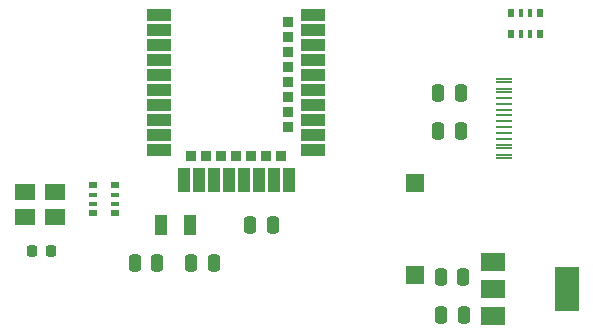
<source format=gbr>
%TF.GenerationSoftware,KiCad,Pcbnew,(5.99.0-9526-g5c17ff0595)*%
%TF.CreationDate,2021-04-11T22:42:18-05:00*%
%TF.ProjectId,E73_Devboard,4537335f-4465-4766-926f-6172642e6b69,rev?*%
%TF.SameCoordinates,Original*%
%TF.FileFunction,Paste,Top*%
%TF.FilePolarity,Positive*%
%FSLAX46Y46*%
G04 Gerber Fmt 4.6, Leading zero omitted, Abs format (unit mm)*
G04 Created by KiCad (PCBNEW (5.99.0-9526-g5c17ff0595)) date 2021-04-11 22:42:18*
%MOMM*%
%LPD*%
G01*
G04 APERTURE LIST*
G04 Aperture macros list*
%AMRoundRect*
0 Rectangle with rounded corners*
0 $1 Rounding radius*
0 $2 $3 $4 $5 $6 $7 $8 $9 X,Y pos of 4 corners*
0 Add a 4 corners polygon primitive as box body*
4,1,4,$2,$3,$4,$5,$6,$7,$8,$9,$2,$3,0*
0 Add four circle primitives for the rounded corners*
1,1,$1+$1,$2,$3*
1,1,$1+$1,$4,$5*
1,1,$1+$1,$6,$7*
1,1,$1+$1,$8,$9*
0 Add four rect primitives between the rounded corners*
20,1,$1+$1,$2,$3,$4,$5,0*
20,1,$1+$1,$4,$5,$6,$7,0*
20,1,$1+$1,$6,$7,$8,$9,0*
20,1,$1+$1,$8,$9,$2,$3,0*%
G04 Aperture macros list end*
%ADD10R,1.500000X1.500000*%
%ADD11R,1.000000X1.800000*%
%ADD12R,0.900000X0.900000*%
%ADD13R,2.000000X1.000000*%
%ADD14R,1.000000X2.000000*%
%ADD15R,2.000000X1.500000*%
%ADD16R,2.000000X3.800000*%
%ADD17R,0.800000X0.500000*%
%ADD18R,0.800000X0.400000*%
%ADD19R,0.500000X0.800000*%
%ADD20R,0.400000X0.800000*%
%ADD21R,1.400000X0.250000*%
%ADD22RoundRect,0.218750X-0.218750X-0.256250X0.218750X-0.256250X0.218750X0.256250X-0.218750X0.256250X0*%
%ADD23R,1.800000X1.400000*%
%ADD24RoundRect,0.250000X-0.250000X-0.475000X0.250000X-0.475000X0.250000X0.475000X-0.250000X0.475000X0*%
%ADD25RoundRect,0.250000X0.250000X0.475000X-0.250000X0.475000X-0.250000X-0.475000X0.250000X-0.475000X0*%
G04 APERTURE END LIST*
D10*
%TO.C,SW1*%
X160600000Y-88800000D03*
X160600000Y-81000000D03*
%TD*%
D11*
%TO.C,Y1*%
X139100000Y-84600000D03*
X141600000Y-84600000D03*
%TD*%
D12*
%TO.C,U2*%
X149900000Y-67405000D03*
X149900000Y-68675000D03*
X149900000Y-69945000D03*
X149900000Y-71215000D03*
X149900000Y-72485000D03*
X149900000Y-73755000D03*
X149900000Y-75025000D03*
X149900000Y-76295000D03*
X149310000Y-78700000D03*
X148040000Y-78700000D03*
X146770000Y-78700000D03*
X145500000Y-78700000D03*
X144230000Y-78700000D03*
X142960000Y-78700000D03*
X141690000Y-78700000D03*
D13*
X152000000Y-66770000D03*
X152000000Y-68040000D03*
X152000000Y-69310000D03*
X152000000Y-70580000D03*
X152000000Y-71850000D03*
X152000000Y-73120000D03*
X152000000Y-74390000D03*
X152000000Y-75660000D03*
X152000000Y-76930000D03*
X152000000Y-78200000D03*
X139000000Y-66770000D03*
X139000000Y-68040000D03*
X139000000Y-69310000D03*
X139000000Y-70580000D03*
X139000000Y-71850000D03*
X139000000Y-73120000D03*
X139000000Y-74390000D03*
X139000000Y-75660000D03*
X139000000Y-76930000D03*
X139000000Y-78200000D03*
D14*
X149950000Y-80800000D03*
X148680000Y-80800000D03*
X147410000Y-80800000D03*
X146140000Y-80800000D03*
X144870000Y-80800000D03*
X143600000Y-80800000D03*
X142330000Y-80800000D03*
X141060000Y-80800000D03*
%TD*%
D15*
%TO.C,U1*%
X167250000Y-87700000D03*
X167250000Y-92300000D03*
X167250000Y-90000000D03*
D16*
X173550000Y-90000000D03*
%TD*%
D17*
%TO.C,RN2*%
X133400000Y-81200000D03*
D18*
X133400000Y-82000000D03*
D17*
X133400000Y-83600000D03*
D18*
X133400000Y-82800000D03*
D17*
X135200000Y-81200000D03*
D18*
X135200000Y-82800000D03*
X135200000Y-82000000D03*
D17*
X135200000Y-83600000D03*
%TD*%
D19*
%TO.C,RN1*%
X168800000Y-68400000D03*
D20*
X169600000Y-68400000D03*
D19*
X171200000Y-68400000D03*
D20*
X170400000Y-68400000D03*
D19*
X168800000Y-66600000D03*
D20*
X170400000Y-66600000D03*
X169600000Y-66600000D03*
D19*
X171200000Y-66600000D03*
%TD*%
D21*
%TO.C,P1*%
X168212500Y-72225000D03*
X168212500Y-72475000D03*
X168212500Y-73025000D03*
X168212500Y-73275000D03*
X168212500Y-77825000D03*
X168212500Y-78075000D03*
X168212500Y-78625000D03*
X168212500Y-78875000D03*
X168212500Y-77300000D03*
X168212500Y-73800000D03*
X168212500Y-76800000D03*
X168212500Y-74300000D03*
X168212500Y-74800000D03*
X168212500Y-76300000D03*
X168212500Y-75800000D03*
X168212500Y-75300000D03*
%TD*%
D22*
%TO.C,D3*%
X129787500Y-86800000D03*
X128212500Y-86800000D03*
%TD*%
D23*
%TO.C,D2*%
X127600000Y-83900000D03*
X130200000Y-83900000D03*
X127600000Y-81800000D03*
X130200000Y-81800000D03*
%TD*%
D24*
%TO.C,C7*%
X148600000Y-84600000D03*
X146700000Y-84600000D03*
%TD*%
%TO.C,C6*%
X143600000Y-87800000D03*
X141700000Y-87800000D03*
%TD*%
%TO.C,C5*%
X138800000Y-87800000D03*
X136900000Y-87800000D03*
%TD*%
D25*
%TO.C,C4*%
X162800000Y-89000000D03*
X164700000Y-89000000D03*
%TD*%
%TO.C,C3*%
X162850000Y-92200000D03*
X164750000Y-92200000D03*
%TD*%
D24*
%TO.C,C2*%
X164500000Y-76600000D03*
X162600000Y-76600000D03*
%TD*%
%TO.C,C1*%
X164500000Y-73400000D03*
X162600000Y-73400000D03*
%TD*%
M02*

</source>
